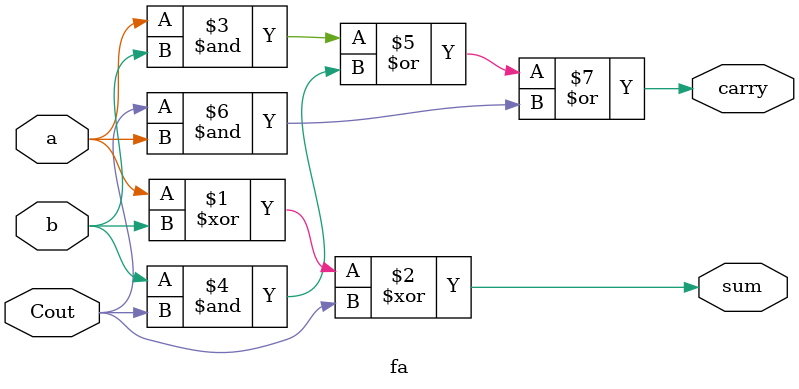
<source format=v>


`timescale 1ns / 1ps

module rippleadder(
    output [3:0] sum,
    output cout,
    input [3:0] a,
    input [3:0] b,
    input cin
);
    wire [2:0] c;
    fa adder1(sum[0], c[0], a[0], b[0], cin);
    fa adder2(sum[1], c[1], a[1], b[1], c[0]);
    fa adder3(sum[2], c[2], a[2], b[2], c[1]);
    fa adder4(sum[3], cout, a[3], b[3], c[2]);
endmodule

module fa(
    output sum, carry,
    input a, b, Cout
);
    assign sum = a ^ b ^ Cout;
    assign carry = (a & b) | (b & Cout) | (Cout & a);
endmodule















































/*module rippleadder(output [3:0] s,output cout,input [3:0] a,b,input cin);
 wire [2:0] c;
 fa a1(s[0], c[0], a[0], b[0], cin);
 fa a2(s[1], c[1], a[1], b[1], c[0]);
 fa a3(s[2], c[2], a[2], b[2], c[1]);
fa a4(s[3], cout, a[3], b[3], c[2]);
endmodule
module fa(input a,b,cin,output s,cout);
wire s1,c1,c2;
xor(s1,a,b);
xor(s,s1,cin);
and(c1,a,b);
and(c2,s1,cin);
or(cout,c1,c2);
endmodule
*/
</source>
